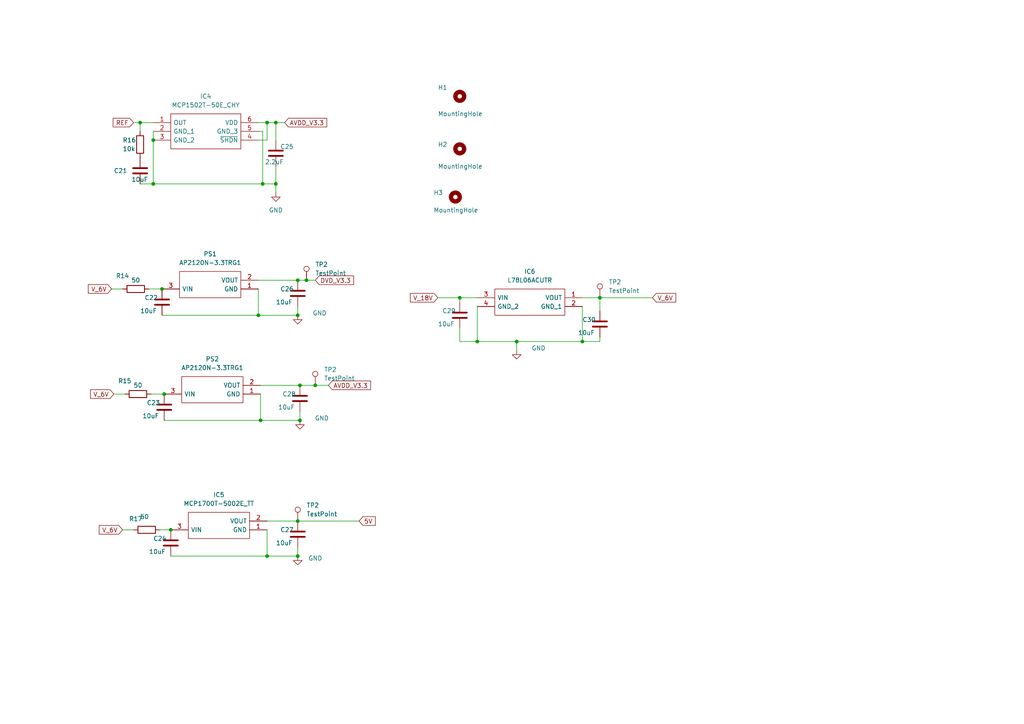
<source format=kicad_sch>
(kicad_sch (version 20230121) (generator eeschema)
  (paper "A4")
  (title_block (date "2024-01-27"))
  (lib_symbols
    (symbol "Connector:TestPoint" (pin_numbers hide) (pin_names (offset 0.762) hide)
      (property "Reference" "TP" (at 0 6.858 0))
      (property "Value" "TestPoint" (at 0 5.08 0))
      (symbol "TestPoint_0_1"
        (circle (center 0 3.302) (radius 0.762))
      )
      (symbol "TestPoint_1_1"
        (pin passive line (at 0 0 90) (length 2.54) (name "1") (number "1"))
      )
    )
    (symbol "Device:C" (pin_numbers hide) (pin_names (offset 0.254))
      (property "Reference" "C" (at 0.635 2.54 0))
      (property "Value" "C" (at 0.635 -2.54 0))
      (symbol "C_0_1"
        (polyline (pts (xy -2.032 -0.762) (xy 2.032 -0.762)) (stroke (width 0.508)))
        (polyline (pts (xy -2.032 0.762) (xy 2.032 0.762)) (stroke (width 0.508)))
      )
      (symbol "C_1_1"
        (pin passive line (at 0 3.81 270) (length 2.794) (name "~") (number "1"))
        (pin passive line (at 0 -3.81 90) (length 2.794) (name "~") (number "2"))
      )
    )
    (symbol "Device:R" (pin_numbers hide) (pin_names (offset 0))
      (property "Reference" "R" (at 2.032 0 90))
      (property "Value" "R" (at 0 0 90))
      (symbol "R_0_1"
        (rectangle (start -1.016 -2.54) (end 1.016 2.54) (stroke (width 0.254)))
      )
      (symbol "R_1_1"
        (pin passive line (at 0 3.81 270) (length 1.27) (name "~") (number "1"))
        (pin passive line (at 0 -3.81 90) (length 1.27) (name "~") (number "2"))
      )
    )
    (symbol "Mechanical:MountingHole" (pin_names (offset 1.016))
      (property "Reference" "H" (at 0 5.08 0))
      (property "Value" "MountingHole" (at 0 3.175 0))
      (symbol "MountingHole_0_1"
        (circle (center 0 0) (radius 1.27) (stroke (width 1.27)))
      )
    )
    (symbol "SamacSys_Parts:AP2120N-3.3TRG1" (pin_names (offset 0.762))
      (property "Reference" "PS" (at 24.13 7.62 0))
      (property "Value" "AP2120N-3.3TRG1" (at 24.13 5.08 0))
      (symbol "AP2120N-3.3TRG1_0_0"
        (pin passive line (at 0 0 0) (length 5.08) (name "GND") (number "1"))
        (pin passive line (at 0 -2.54 0) (length 5.08) (name "VOUT") (number "2"))
        (pin passive line (at 27.94 0 180) (length 5.08) (name "VIN") (number "3"))
      )
      (symbol "AP2120N-3.3TRG1_0_1"
        (polyline (pts (xy 5.08 2.54) (xy 22.86 2.54) (xy 22.86 -5.08) (xy 5.08 -5.08) (xy 5.08 2.54)) (stroke (width 0.1524)))
      )
    )
    (symbol "SamacSys_Parts:L78L06ACUTR" (pin_names (offset 0.762))
      (property "Reference" "IC" (at 26.67 7.62 0))
      (property "Value" "L78L06ACUTR" (at 26.67 5.08 0))
      (symbol "L78L06ACUTR_0_0"
        (pin passive line (at 0 0 0) (length 5.08) (name "VOUT") (number "1"))
        (pin passive line (at 0 -2.54 0) (length 5.08) (name "GND_1") (number "2"))
        (pin passive line (at 30.48 0 180) (length 5.08) (name "VIN") (number "3"))
        (pin passive line (at 30.48 -2.54 180) (length 5.08) (name "GND_2") (number "4"))
      )
      (symbol "L78L06ACUTR_0_1"
        (polyline (pts (xy 5.08 2.54) (xy 25.4 2.54) (xy 25.4 -5.08) (xy 5.08 -5.08) (xy 5.08 2.54)) (stroke (width 0.1524)))
      )
    )
    (symbol "SamacSys_Parts:MCP1502T-50E_CHY" (pin_names (offset 0.762))
      (property "Reference" "IC" (at 26.67 7.62 0))
      (property "Value" "MCP1502T-50E_CHY" (at 26.67 5.08 0))
      (symbol "MCP1502T-50E_CHY_0_0"
        (pin passive line (at 0 0 0) (length 5.08) (name "OUT") (number "1"))
        (pin passive line (at 0 -2.54 0) (length 5.08) (name "GND_1") (number "2"))
        (pin passive line (at 0 -5.08 0) (length 5.08) (name "GND_2") (number "3"))
        (pin passive line (at 30.48 -5.08 180) (length 5.08) (name "~{SHDN}") (number "4"))
        (pin passive line (at 30.48 -2.54 180) (length 5.08) (name "GND_3") (number "5"))
        (pin passive line (at 30.48 0 180) (length 5.08) (name "VDD") (number "6"))
      )
      (symbol "MCP1502T-50E_CHY_0_1"
        (polyline (pts (xy 5.08 2.54) (xy 25.4 2.54) (xy 25.4 -7.62) (xy 5.08 -7.62) (xy 5.08 2.54)) (stroke (width 0.1524)))
      )
    )
    (symbol "SamacSys_Parts:MCP1700T-5002E_TT" (pin_names (offset 0.762))
      (property "Reference" "IC" (at 24.13 7.62 0))
      (property "Value" "MCP1700T-5002E_TT" (at 24.13 5.08 0))
      (symbol "MCP1700T-5002E_TT_0_0"
        (pin passive line (at 0 0 0) (length 5.08) (name "GND") (number "1"))
        (pin passive line (at 0 -2.54 0) (length 5.08) (name "VOUT") (number "2"))
        (pin passive line (at 27.94 0 180) (length 5.08) (name "VIN") (number "3"))
      )
      (symbol "MCP1700T-5002E_TT_0_1"
        (polyline (pts (xy 5.08 2.54) (xy 22.86 2.54) (xy 22.86 -5.08) (xy 5.08 -5.08) (xy 5.08 2.54)) (stroke (width 0.1524)))
      )
    )
    (symbol "power:GND" (power) (pin_names (offset 0))
      (property "Value" "GND" (at 0 -3.81 0))
      (symbol "GND_0_1"
        (polyline (pts (xy 0 0) (xy 0 -1.27) (xy 1.27 -1.27) (xy 0 -2.54) (xy -1.27 -1.27) (xy 0 -1.27)))
      )
      (symbol "GND_1_1"
        (pin power_in line (at 0 0 270) (length 0) hide (name "GND") (number "1"))
      )
    )
  )
  (junction (at 47.625 114.3))
  (junction (at 86.995 111.76))
  (junction (at 168.91 99.06))
  (junction (at 80.01 35.56))
  (junction (at 49.53 153.67))
  (junction (at 74.93 91.44))
  (junction (at 86.36 81.28))
  (junction (at 44.45 40.64))
  (junction (at 46.99 83.82))
  (junction (at 173.99 86.36))
  (junction (at 75.565 121.92))
  (junction (at 86.995 121.92))
  (junction (at 77.47 161.29))
  (junction (at 40.64 35.56))
  (junction (at 86.36 91.44))
  (junction (at 149.86 99.06))
  (junction (at 86.36 161.29))
  (junction (at 86.36 151.13))
  (junction (at 80.01 53.34))
  (junction (at 76.2 53.34))
  (junction (at 138.43 99.06))
  (junction (at 133.35 86.36))
  (junction (at 91.44 111.76))
  (junction (at 44.45 53.34))
  (junction (at 77.47 35.56))
  (junction (at 88.9 81.28))
  (wire (pts (xy 127 86.36) (xy 133.35 86.36)))
  (wire (pts (xy 74.93 81.28) (xy 86.36 81.28)))
  (wire (pts (xy 32.385 83.82) (xy 35.56 83.82)))
  (wire (pts (xy 173.99 97.79) (xy 173.99 99.06)))
  (wire (pts (xy 133.35 95.25) (xy 133.35 99.06)))
  (wire (pts (xy 86.36 161.29) (xy 86.36 158.75)))
  (wire (pts (xy 86.36 91.44) (xy 86.36 88.9)))
  (wire (pts (xy 80.01 48.26) (xy 80.01 53.34)))
  (wire (pts (xy 91.44 111.76) (xy 95.25 111.76)))
  (wire (pts (xy 138.43 99.06) (xy 133.35 99.06)))
  (wire (pts (xy 43.18 83.82) (xy 46.99 83.82)))
  (wire (pts (xy 40.64 35.56) (xy 44.45 35.56)))
  (wire (pts (xy 46.99 91.44) (xy 74.93 91.44)))
  (wire (pts (xy 74.93 40.64) (xy 77.47 40.64)))
  (wire (pts (xy 133.35 87.63) (xy 133.35 86.36)))
  (wire (pts (xy 75.565 111.76) (xy 86.995 111.76)))
  (wire (pts (xy 44.45 40.64) (xy 44.45 38.1)))
  (wire (pts (xy 189.23 86.36) (xy 173.99 86.36)))
  (wire (pts (xy 74.93 91.44) (xy 86.36 91.44)))
  (wire (pts (xy 77.47 153.67) (xy 77.47 161.29)))
  (wire (pts (xy 49.53 161.29) (xy 77.47 161.29)))
  (wire (pts (xy 138.43 88.9) (xy 138.43 99.06)))
  (wire (pts (xy 77.47 40.64) (xy 77.47 35.56)))
  (wire (pts (xy 46.355 153.67) (xy 49.53 153.67)))
  (wire (pts (xy 80.01 55.88) (xy 80.01 53.34)))
  (wire (pts (xy 168.91 99.06) (xy 173.99 99.06)))
  (wire (pts (xy 44.45 53.34) (xy 76.2 53.34)))
  (wire (pts (xy 40.64 53.34) (xy 44.45 53.34)))
  (wire (pts (xy 173.99 90.17) (xy 173.99 86.36)))
  (wire (pts (xy 80.01 40.64) (xy 80.01 35.56)))
  (wire (pts (xy 35.56 153.67) (xy 38.735 153.67)))
  (wire (pts (xy 74.93 83.82) (xy 74.93 91.44)))
  (wire (pts (xy 75.565 114.3) (xy 75.565 121.92)))
  (wire (pts (xy 75.565 121.92) (xy 86.995 121.92)))
  (wire (pts (xy 88.9 81.28) (xy 86.36 81.28)))
  (wire (pts (xy 43.815 114.3) (xy 47.625 114.3)))
  (wire (pts (xy 76.2 38.1) (xy 74.93 38.1)))
  (wire (pts (xy 77.47 161.29) (xy 86.36 161.29)))
  (wire (pts (xy 138.43 99.06) (xy 149.86 99.06)))
  (wire (pts (xy 47.625 121.92) (xy 75.565 121.92)))
  (wire (pts (xy 149.86 99.06) (xy 168.91 99.06)))
  (wire (pts (xy 44.45 40.64) (xy 44.45 53.34)))
  (wire (pts (xy 149.86 99.06) (xy 149.86 101.6)))
  (wire (pts (xy 77.47 151.13) (xy 86.36 151.13)))
  (wire (pts (xy 168.91 88.9) (xy 168.91 99.06)))
  (wire (pts (xy 168.91 86.36) (xy 173.99 86.36)))
  (wire (pts (xy 104.14 151.13) (xy 86.36 151.13)))
  (wire (pts (xy 91.44 81.28) (xy 88.9 81.28)))
  (wire (pts (xy 86.995 111.76) (xy 91.44 111.76)))
  (wire (pts (xy 76.2 38.1) (xy 76.2 53.34)))
  (wire (pts (xy 77.47 35.56) (xy 80.01 35.56)))
  (wire (pts (xy 82.55 35.56) (xy 80.01 35.56)))
  (wire (pts (xy 133.35 86.36) (xy 138.43 86.36)))
  (wire (pts (xy 40.64 35.56) (xy 40.64 38.1)))
  (wire (pts (xy 76.2 53.34) (xy 80.01 53.34)))
  (wire (pts (xy 33.02 114.3) (xy 36.195 114.3)))
  (wire (pts (xy 38.735 35.56) (xy 40.64 35.56)))
  (wire (pts (xy 86.995 121.92) (xy 86.995 119.38)))
  (wire (pts (xy 74.93 35.56) (xy 77.47 35.56)))
  (global_label "V_6V" (shape input) (at 189.23 86.36 0) (property "Intersheetrefs" "${INTERSHEET_REFS}" (effects hide)))
  (global_label "AVDD_V3.3" (shape input) (at 95.25 111.76 0) (property "Intersheetrefs" "${INTERSHEET_REFS}" (effects hide)))
  (global_label "V_6V" (shape input) (at 35.56 153.67 180) (property "Intersheetrefs" "${INTERSHEET_REFS}" (effects hide)))
  (global_label "AVDD_V3.3" (shape input) (at 82.55 35.56 0) (property "Intersheetrefs" "${INTERSHEET_REFS}" (effects hide)))
  (global_label "DVD_V3.3" (shape input) (at 91.44 81.28 0) (property "Intersheetrefs" "${INTERSHEET_REFS}" (effects hide)))
  (global_label "REF" (shape input) (at 38.735 35.56 180) (property "Intersheetrefs" "${INTERSHEET_REFS}" (effects hide)))
  (global_label "V_6V" (shape input) (at 33.02 114.3 180) (property "Intersheetrefs" "${INTERSHEET_REFS}" (effects hide)))
  (global_label "V_18V" (shape input) (at 127 86.36 180) (property "Intersheetrefs" "${INTERSHEET_REFS}" (effects hide)))
  (global_label "V_6V" (shape input) (at 32.385 83.82 180) (property "Intersheetrefs" "${INTERSHEET_REFS}" (effects hide)))
  (global_label "5V" (shape input) (at 104.14 151.13 0) (property "Intersheetrefs" "${INTERSHEET_REFS}" (effects hide)))
  (symbol (lib_id "power:GND") (at 80.01 55.88 0) (unit 1)
    (property "Reference" "#PWR019" (effects hide))
    (property "Value" "GND" (at 80.01 60.96 0))
  )
  (symbol (lib_id "Connector:TestPoint") (at 91.44 111.76 0) (unit 1)
    (property "Reference" "TP2" (at 93.98 107.188 0) (effects (justify left)))
    (property "Value" "TestPoint" (at 93.98 109.728 0) (effects (justify left)))
    (property "Footprint" "TestPoint:TestPoint_THTPad_D1.0mm_Drill0.5mm" (effects hide))
    (instances (project "SigGen_AD9102_I2C" (path "" (reference "TP2") (unit 1)) (path "" (reference "TP3") (unit 1))))
  )
  (symbol (lib_id "Device:C") (at 47.625 118.11 0) (unit 1)
    (property "Reference" "C23" (at 42.545 116.84 0) (effects (justify left)))
    (property "Value" "10uF" (at 41.275 120.65 0) (effects (justify left)))
    (property "Footprint" "Capacitor_SMD:C_0603_1608Metric" (effects hide))
  )
  (symbol (lib_id "Device:C") (at 133.35 91.44 0) (unit 1)
    (property "Reference" "C29" (at 128.27 90.17 0) (effects (justify left)))
    (property "Value" "10uF" (at 127 93.98 0) (effects (justify left)))
    (property "Footprint" "Capacitor_SMD:C_0603_1608Metric" (effects hide))
  )
  (symbol (lib_id "Device:C") (at 173.99 93.98 0) (unit 1)
    (property "Reference" "C30" (at 168.91 92.71 0) (effects (justify left)))
    (property "Value" "10uF" (at 167.64 96.52 0) (effects (justify left)))
    (property "Footprint" "Capacitor_SMD:C_0603_1608Metric" (effects hide))
  )
  (symbol (lib_id "Device:C") (at 86.36 85.09 0) (unit 1)
    (property "Reference" "C26" (at 81.28 83.82 0) (effects (justify left)))
    (property "Value" "10uF" (at 80.01 87.63 0) (effects (justify left)))
    (property "Footprint" "Capacitor_SMD:C_0603_1608Metric" (effects hide))
  )
  (symbol (lib_id "Device:C") (at 40.64 49.53 0) (unit 1)
    (property "Reference" "C21" (at 33.02 49.53 0) (effects (justify left)))
    (property "Value" "10uF" (at 38.1 52.07 0) (effects (justify left)))
    (property "Footprint" "Capacitor_SMD:C_0603_1608Metric" (effects hide))
  )
  (symbol (lib_id "power:GND") (at 149.86 101.6 0) (unit 1)
    (property "Reference" "#PWR023" (effects hide))
    (property "Value" "GND" (at 156.21 100.965 0))
  )
  (symbol (lib_id "Mechanical:MountingHole") (at 133.35 43.18 0) (unit 1)
    (property "Reference" "H2" (at 127 41.91 0) (effects (justify left)))
    (property "Value" "MountingHole" (at 127 48.26 0) (effects (justify left)))
    (property "Footprint" "MountingHole:MountingHole_2.7mm" (effects hide))
  )
  (symbol (lib_id "Device:R") (at 39.37 83.82 90) (unit 1)
    (property "Reference" "R14" (at 35.56 80.01 90))
    (property "Value" "50" (at 39.37 81.28 90))
    (property "Footprint" "Capacitor_SMD:C_0805_2012Metric" (effects hide))
  )
  (symbol (lib_id "power:GND") (at 86.36 91.44 0) (unit 1)
    (property "Reference" "#PWR020" (effects hide))
    (property "Value" "GND" (at 92.71 90.805 0))
  )
  (symbol (lib_id "SamacSys_Parts:AP2120N-3.3TRG1") (at 75.565 114.3 180) (unit 1)
    (property "Reference" "PS2" (at 61.595 104.14 0))
    (property "Value" "AP2120N-3.3TRG1" (at 61.595 106.68 0))
    (property "Footprint" "library_components:SOT96P240X120-3N" (effects hide))
    (property "Datasheet" "https://componentsearchengine.com/Datasheets/1/AP2120N-3.3TRG1.pdf" (effects hide))
    (property "Description" "DiodesZetex AP2120N-3.3TRG1, Low Noise LDO Voltage Regulator, 3.3 V +/-2%, 2  6 Vin, 3-Pin SOT-23" (effects hide))
    (property "Height" "1.2" (effects hide))
    (property "Mouser Part Number" "621-AP2120N-3.3TRG1" (effects hide))
    (property "Mouser Price/Stock" "https://www.mouser.co.uk/ProductDetail/Diodes-Incorporated/AP2120N-3.3TRG1?qs=x6A8l6qLYDA1usfeaZ7Tnw%3D%3D" (effects hide))
    (property "Manufacturer_Name" "Diodes Inc." (effects hide))
    (property "Manufacturer_Part_Number" "AP2120N-3.3TRG1" (effects hide))
  )
  (symbol (lib_id "Device:C") (at 86.36 154.94 0) (unit 1)
    (property "Reference" "C27" (at 81.28 153.67 0) (effects (justify left)))
    (property "Value" "10uF" (at 80.01 157.48 0) (effects (justify left)))
    (property "Footprint" "Capacitor_SMD:C_0603_1608Metric" (effects hide))
  )
  (symbol (lib_id "SamacSys_Parts:MCP1700T-5002E_TT") (at 77.47 153.67 180) (unit 1)
    (property "Reference" "IC5" (at 63.5 143.51 0))
    (property "Value" "MCP1700T-5002E_TT" (at 63.5 146.05 0))
    (property "Footprint" "library_components:SOT95P237X112-3N" (effects hide))
    (property "Datasheet" "https://datasheet.datasheetarchive.com/originals/distributors/SFDatasheet-4/sf-00090030.pdf" (effects hide))
    (property "Description" "LDO Regulator 250mA 5.0V 1.6uA SOT23" (effects hide))
    (property "Height" "1.12" (effects hide))
    (property "Mouser Part Number" "579-MCP1700T5002E/TT" (effects hide))
    (property "Mouser Price/Stock" "https://www.mouser.co.uk/ProductDetail/Microchip-Technology-Atmel/MCP1700T-5002E-TT?qs=fM4xO01eazNr4AnStMRB%2Fg%3D%3D" (effects hide))
    (property "Manufacturer_Name" "Microchip" (effects hide))
    (property "Manufacturer_Part_Number" "MCP1700T-5002E/TT" (effects hide))
  )
  (symbol (lib_id "Mechanical:MountingHole") (at 133.35 27.94 0) (unit 1)
    (property "Reference" "H1" (at 127 25.4 0) (effects (justify left)))
    (property "Value" "MountingHole" (at 127 33.02 0) (effects (justify left)))
    (property "Footprint" "MountingHole:MountingHole_2.7mm" (effects hide))
  )
  (symbol (lib_id "SamacSys_Parts:MCP1502T-50E_CHY") (at 44.45 35.56 0) (unit 1)
    (property "Reference" "IC4" (at 59.69 27.94 0))
    (property "Value" "MCP1502T-50E_CHY" (at 59.69 30.48 0))
    (property "Footprint" "library_components:SOT95P280X145-6N" (effects hide))
    (property "Datasheet" "https://ww1.microchip.com/downloads/aemDocuments/documents/MSLD/ProductDocuments/DataSheets/MCP1502-Data-Sheet-20006593B.pdf" (effects hide))
    (property "Description" "Voltage References" (effects hide))
    (property "Height" "1.45" (effects hide))
    (property "Manufacturer_Name" "Microchip" (effects hide))
    (property "Manufacturer_Part_Number" "MCP1502T-50E/CHY" (effects hide))
    (property "Mouser Part Number" "579-MCP1502T-50E/CHY" (effects hide))
    (property "Mouser Price/Stock" "https://www.mouser.co.uk/ProductDetail/Microchip-Technology/MCP1502T-50E-CHY?qs=Li%252BoUPsLEnukQ4XpgK0TvA%3D%3D" (effects hide))
  )
  (symbol (lib_id "Device:R") (at 42.545 153.67 90) (unit 1)
    (property "Reference" "R17" (at 39.37 150.495 90))
    (property "Value" "50" (at 41.91 149.86 90))
    (property "Footprint" "Capacitor_SMD:C_0805_2012Metric" (effects hide))
  )
  (symbol (lib_id "Device:C") (at 80.01 44.45 0) (unit 1)
    (property "Reference" "C25" (at 81.28 42.545 0) (effects (justify left)))
    (property "Value" "2.2uF" (at 76.835 46.99 0) (effects (justify left)))
    (property "Footprint" "Capacitor_SMD:C_0603_1608Metric" (effects hide))
  )
  (symbol (lib_id "Connector:TestPoint") (at 86.36 151.13 0) (unit 1)
    (property "Reference" "TP2" (at 88.9 146.558 0) (effects (justify left)))
    (property "Value" "TestPoint" (at 88.9 149.098 0) (effects (justify left)))
    (property "Footprint" "TestPoint:TestPoint_THTPad_D1.0mm_Drill0.5mm" (effects hide))
    (instances (project "SigGen_AD9102_I2C" (path "" (reference "TP2") (unit 1)) (path "" (reference "TP1") (unit 1))))
  )
  (symbol (lib_id "Device:C") (at 46.99 87.63 0) (unit 1)
    (property "Reference" "C22" (at 41.91 86.36 0) (effects (justify left)))
    (property "Value" "10uF" (at 40.64 90.17 0) (effects (justify left)))
    (property "Footprint" "Capacitor_SMD:C_0603_1608Metric" (effects hide))
  )
  (symbol (lib_id "Connector:TestPoint") (at 88.9 81.28 0) (unit 1)
    (property "Reference" "TP2" (at 91.44 76.708 0) (effects (justify left)))
    (property "Value" "TestPoint" (at 91.44 79.248 0) (effects (justify left)))
    (property "Footprint" "TestPoint:TestPoint_THTPad_D1.0mm_Drill0.5mm" (effects hide))
  )
  (symbol (lib_id "Device:C") (at 49.53 157.48 0) (unit 1)
    (property "Reference" "C24" (at 44.45 156.21 0) (effects (justify left)))
    (property "Value" "10uF" (at 43.18 160.02 0) (effects (justify left)))
    (property "Footprint" "Capacitor_SMD:C_0603_1608Metric" (effects hide))
  )
  (symbol (lib_id "power:GND") (at 86.36 161.29 0) (unit 1)
    (property "Reference" "#PWR021" (effects hide))
    (property "Value" "GND" (at 91.44 161.925 0))
  )
  (symbol (lib_id "SamacSys_Parts:L78L06ACUTR") (at 168.91 86.36 0) (mirror y) (unit 1)
    (property "Reference" "IC6" (at 153.67 78.74 0))
    (property "Value" "L78L06ACUTR" (at 153.67 81.28 0))
    (property "Footprint" "SamacSys_Parts:L78L06ACUTR" (effects hide))
    (property "Datasheet" "https://www.st.com/resource/en/datasheet/l78l.pdf" (effects hide))
    (property "Description" "Linear Voltage Regulators 6.0V 0.1A Positive" (effects hide))
    (property "Height" "1.6" (effects hide))
    (property "Mouser Part Number" "511-L78L06ACU-TR" (effects hide))
    (property "Mouser Price/Stock" "https://www.mouser.co.uk/ProductDetail/STMicroelectronics/L78L06ACUTR?qs=88ob4s58k7kBhUIFpm%2FLqw%3D%3D" (effects hide))
    (property "Manufacturer_Name" "STMicroelectronics" (effects hide))
    (property "Manufacturer_Part_Number" "L78L06ACUTR" (effects hide))
  )
  (symbol (lib_id "Device:C") (at 86.995 115.57 0) (unit 1)
    (property "Reference" "C28" (at 81.915 114.3 0) (effects (justify left)))
    (property "Value" "10uF" (at 80.645 118.11 0) (effects (justify left)))
    (property "Footprint" "Capacitor_SMD:C_0603_1608Metric" (effects hide))
  )
  (symbol (lib_id "SamacSys_Parts:AP2120N-3.3TRG1") (at 74.93 83.82 180) (unit 1)
    (property "Reference" "PS1" (at 60.96 73.66 0))
    (property "Value" "AP2120N-3.3TRG1" (at 60.96 76.2 0))
    (property "Footprint" "library_components:SOT96P240X120-3N" (effects hide))
    (property "Datasheet" "https://componentsearchengine.com/Datasheets/1/AP2120N-3.3TRG1.pdf" (effects hide))
    (property "Description" "DiodesZetex AP2120N-3.3TRG1, Low Noise LDO Voltage Regulator, 3.3 V +/-2%, 2  6 Vin, 3-Pin SOT-23" (effects hide))
    (property "Height" "1.2" (effects hide))
    (property "Mouser Part Number" "621-AP2120N-3.3TRG1" (effects hide))
    (property "Mouser Price/Stock" "https://www.mouser.co.uk/ProductDetail/Diodes-Incorporated/AP2120N-3.3TRG1?qs=x6A8l6qLYDA1usfeaZ7Tnw%3D%3D" (effects hide))
    (property "Manufacturer_Name" "Diodes Inc." (effects hide))
    (property "Manufacturer_Part_Number" "AP2120N-3.3TRG1" (effects hide))
  )
  (symbol (lib_id "power:GND") (at 86.995 121.92 0) (unit 1)
    (property "Reference" "#PWR022" (effects hide))
    (property "Value" "GND" (at 93.345 121.285 0))
  )
  (symbol (lib_id "Device:R") (at 40.005 114.3 90) (unit 1)
    (property "Reference" "R15" (at 36.195 110.49 90))
    (property "Value" "50" (at 40.005 111.76 90))
    (property "Footprint" "Capacitor_SMD:C_0805_2012Metric" (effects hide))
  )
  (symbol (lib_id "Mechanical:MountingHole") (at 132.08 57.15 0) (unit 1)
    (property "Reference" "H3" (at 125.73 55.88 0) (effects (justify left)))
    (property "Value" "MountingHole" (at 125.73 60.96 0) (effects (justify left)))
    (property "Footprint" "MountingHole:MountingHole_2.7mm" (effects hide))
  )
  (symbol (lib_id "Device:R") (at 40.64 41.91 0) (unit 1)
    (property "Reference" "R16" (at 35.56 40.64 0) (effects (justify left)))
    (property "Value" "10k" (at 35.56 43.18 0) (effects (justify left)))
    (property "Footprint" "Resistor_SMD:R_0603_1608Metric" (effects hide))
  )
  (symbol (lib_id "Connector:TestPoint") (at 173.99 86.36 0) (unit 1)
    (property "Reference" "TP2" (at 176.53 81.788 0) (effects (justify left)))
    (property "Value" "TestPoint" (at 176.53 84.328 0) (effects (justify left)))
    (property "Footprint" "TestPoint:TestPoint_THTPad_D1.0mm_Drill0.5mm" (effects hide))
    (instances (project "SigGen_AD9102_I2C" (path "" (reference "TP2") (unit 1)) (path "" (reference "TP4") (unit 1))))
  )
)
</source>
